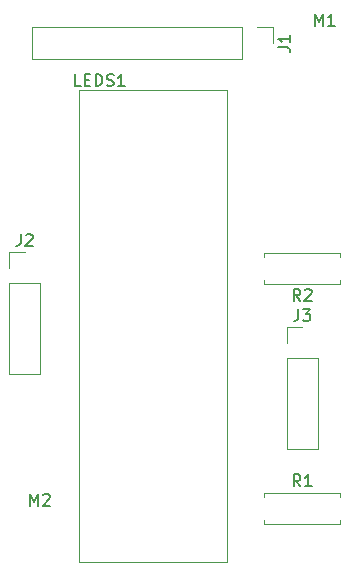
<source format=gbr>
G04 #@! TF.FileFunction,Legend,Top*
%FSLAX46Y46*%
G04 Gerber Fmt 4.6, Leading zero omitted, Abs format (unit mm)*
G04 Created by KiCad (PCBNEW 4.0.7) date Sun Feb  4 20:13:57 2018*
%MOMM*%
%LPD*%
G01*
G04 APERTURE LIST*
%ADD10C,0.100000*%
%ADD11C,0.112500*%
%ADD12C,0.120000*%
%ADD13C,0.150000*%
G04 APERTURE END LIST*
D10*
D11*
X165862000Y-96012000D02*
X165862000Y-135966200D01*
X165862000Y-135966200D02*
X178409600Y-135966200D01*
X178409600Y-135966200D02*
X178409600Y-96012000D01*
X178409600Y-96012000D02*
X165862000Y-96012000D01*
D12*
X161865000Y-90745000D02*
X161865000Y-93405000D01*
X179705000Y-90745000D02*
X161865000Y-90745000D01*
X179705000Y-93405000D02*
X161865000Y-93405000D01*
X179705000Y-90745000D02*
X179705000Y-93405000D01*
X180975000Y-90745000D02*
X182305000Y-90745000D01*
X182305000Y-90745000D02*
X182305000Y-92075000D01*
X159960000Y-120075000D02*
X162620000Y-120075000D01*
X159960000Y-112395000D02*
X159960000Y-120075000D01*
X162620000Y-112395000D02*
X162620000Y-120075000D01*
X159960000Y-112395000D02*
X162620000Y-112395000D01*
X159960000Y-111125000D02*
X159960000Y-109795000D01*
X159960000Y-109795000D02*
X161290000Y-109795000D01*
X183455000Y-126425000D02*
X186115000Y-126425000D01*
X183455000Y-118745000D02*
X183455000Y-126425000D01*
X186115000Y-118745000D02*
X186115000Y-126425000D01*
X183455000Y-118745000D02*
X186115000Y-118745000D01*
X183455000Y-117475000D02*
X183455000Y-116145000D01*
X183455000Y-116145000D02*
X184785000Y-116145000D01*
X181575000Y-130465000D02*
X181575000Y-130135000D01*
X181575000Y-130135000D02*
X187995000Y-130135000D01*
X187995000Y-130135000D02*
X187995000Y-130465000D01*
X181575000Y-132425000D02*
X181575000Y-132755000D01*
X181575000Y-132755000D02*
X187995000Y-132755000D01*
X187995000Y-132755000D02*
X187995000Y-132425000D01*
X187995000Y-112105000D02*
X187995000Y-112435000D01*
X187995000Y-112435000D02*
X181575000Y-112435000D01*
X181575000Y-112435000D02*
X181575000Y-112105000D01*
X187995000Y-110145000D02*
X187995000Y-109815000D01*
X187995000Y-109815000D02*
X181575000Y-109815000D01*
X181575000Y-109815000D02*
X181575000Y-110145000D01*
D13*
X166044762Y-95702381D02*
X165568571Y-95702381D01*
X165568571Y-94702381D01*
X166378095Y-95178571D02*
X166711429Y-95178571D01*
X166854286Y-95702381D02*
X166378095Y-95702381D01*
X166378095Y-94702381D01*
X166854286Y-94702381D01*
X167282857Y-95702381D02*
X167282857Y-94702381D01*
X167520952Y-94702381D01*
X167663810Y-94750000D01*
X167759048Y-94845238D01*
X167806667Y-94940476D01*
X167854286Y-95130952D01*
X167854286Y-95273810D01*
X167806667Y-95464286D01*
X167759048Y-95559524D01*
X167663810Y-95654762D01*
X167520952Y-95702381D01*
X167282857Y-95702381D01*
X168235238Y-95654762D02*
X168378095Y-95702381D01*
X168616191Y-95702381D01*
X168711429Y-95654762D01*
X168759048Y-95607143D01*
X168806667Y-95511905D01*
X168806667Y-95416667D01*
X168759048Y-95321429D01*
X168711429Y-95273810D01*
X168616191Y-95226190D01*
X168425714Y-95178571D01*
X168330476Y-95130952D01*
X168282857Y-95083333D01*
X168235238Y-94988095D01*
X168235238Y-94892857D01*
X168282857Y-94797619D01*
X168330476Y-94750000D01*
X168425714Y-94702381D01*
X168663810Y-94702381D01*
X168806667Y-94750000D01*
X169759048Y-95702381D02*
X169187619Y-95702381D01*
X169473333Y-95702381D02*
X169473333Y-94702381D01*
X169378095Y-94845238D01*
X169282857Y-94940476D01*
X169187619Y-94988095D01*
X182757381Y-92408333D02*
X183471667Y-92408333D01*
X183614524Y-92455953D01*
X183709762Y-92551191D01*
X183757381Y-92694048D01*
X183757381Y-92789286D01*
X183757381Y-91408333D02*
X183757381Y-91979762D01*
X183757381Y-91694048D02*
X182757381Y-91694048D01*
X182900238Y-91789286D01*
X182995476Y-91884524D01*
X183043095Y-91979762D01*
X160956667Y-108247381D02*
X160956667Y-108961667D01*
X160909047Y-109104524D01*
X160813809Y-109199762D01*
X160670952Y-109247381D01*
X160575714Y-109247381D01*
X161385238Y-108342619D02*
X161432857Y-108295000D01*
X161528095Y-108247381D01*
X161766191Y-108247381D01*
X161861429Y-108295000D01*
X161909048Y-108342619D01*
X161956667Y-108437857D01*
X161956667Y-108533095D01*
X161909048Y-108675952D01*
X161337619Y-109247381D01*
X161956667Y-109247381D01*
X184451667Y-114597381D02*
X184451667Y-115311667D01*
X184404047Y-115454524D01*
X184308809Y-115549762D01*
X184165952Y-115597381D01*
X184070714Y-115597381D01*
X184832619Y-114597381D02*
X185451667Y-114597381D01*
X185118333Y-114978333D01*
X185261191Y-114978333D01*
X185356429Y-115025952D01*
X185404048Y-115073571D01*
X185451667Y-115168810D01*
X185451667Y-115406905D01*
X185404048Y-115502143D01*
X185356429Y-115549762D01*
X185261191Y-115597381D01*
X184975476Y-115597381D01*
X184880238Y-115549762D01*
X184832619Y-115502143D01*
X184618334Y-129587381D02*
X184285000Y-129111190D01*
X184046905Y-129587381D02*
X184046905Y-128587381D01*
X184427858Y-128587381D01*
X184523096Y-128635000D01*
X184570715Y-128682619D01*
X184618334Y-128777857D01*
X184618334Y-128920714D01*
X184570715Y-129015952D01*
X184523096Y-129063571D01*
X184427858Y-129111190D01*
X184046905Y-129111190D01*
X185570715Y-129587381D02*
X184999286Y-129587381D01*
X185285000Y-129587381D02*
X185285000Y-128587381D01*
X185189762Y-128730238D01*
X185094524Y-128825476D01*
X184999286Y-128873095D01*
X184618334Y-113887381D02*
X184285000Y-113411190D01*
X184046905Y-113887381D02*
X184046905Y-112887381D01*
X184427858Y-112887381D01*
X184523096Y-112935000D01*
X184570715Y-112982619D01*
X184618334Y-113077857D01*
X184618334Y-113220714D01*
X184570715Y-113315952D01*
X184523096Y-113363571D01*
X184427858Y-113411190D01*
X184046905Y-113411190D01*
X184999286Y-112982619D02*
X185046905Y-112935000D01*
X185142143Y-112887381D01*
X185380239Y-112887381D01*
X185475477Y-112935000D01*
X185523096Y-112982619D01*
X185570715Y-113077857D01*
X185570715Y-113173095D01*
X185523096Y-113315952D01*
X184951667Y-113887381D01*
X185570715Y-113887381D01*
X161750476Y-131237381D02*
X161750476Y-130237381D01*
X162083810Y-130951667D01*
X162417143Y-130237381D01*
X162417143Y-131237381D01*
X162845714Y-130332619D02*
X162893333Y-130285000D01*
X162988571Y-130237381D01*
X163226667Y-130237381D01*
X163321905Y-130285000D01*
X163369524Y-130332619D01*
X163417143Y-130427857D01*
X163417143Y-130523095D01*
X163369524Y-130665952D01*
X162798095Y-131237381D01*
X163417143Y-131237381D01*
X185880476Y-90597381D02*
X185880476Y-89597381D01*
X186213810Y-90311667D01*
X186547143Y-89597381D01*
X186547143Y-90597381D01*
X187547143Y-90597381D02*
X186975714Y-90597381D01*
X187261428Y-90597381D02*
X187261428Y-89597381D01*
X187166190Y-89740238D01*
X187070952Y-89835476D01*
X186975714Y-89883095D01*
M02*

</source>
